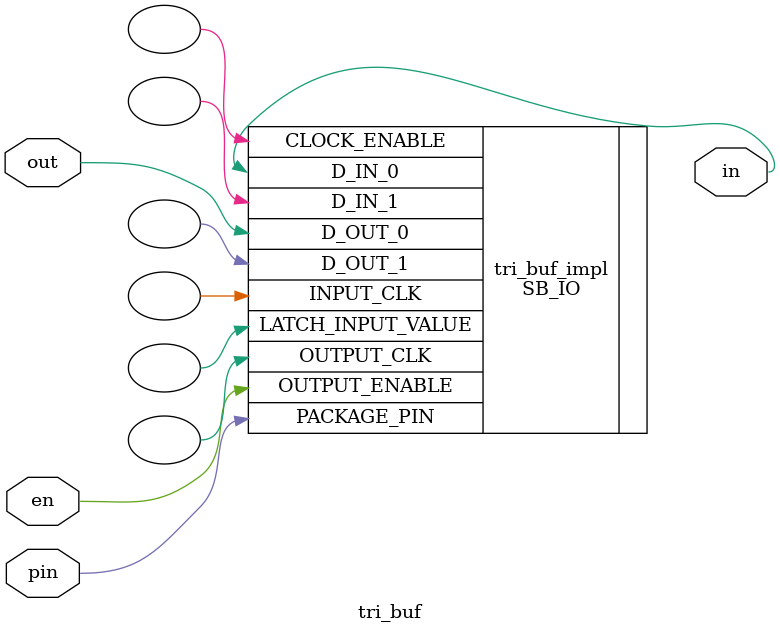
<source format=v>
module tri_buf(
	       input out,
	       output in,
	       input en,
	       inout pin
	       );

   SB_IO #(.PIN_TYPE(6'b101001), .PULLUP(1'b1))
      tri_buf_impl(.PACKAGE_PIN(pin),
		   .LATCH_INPUT_VALUE(),
		   .CLOCK_ENABLE(),
		   .INPUT_CLK(),
		   .OUTPUT_CLK(),
		   .OUTPUT_ENABLE(en),
		   .D_OUT_0(out),
		   .D_OUT_1(),
		   .D_IN_0(in),
		   .D_IN_1()
		   );

endmodule // tri_buf


</source>
